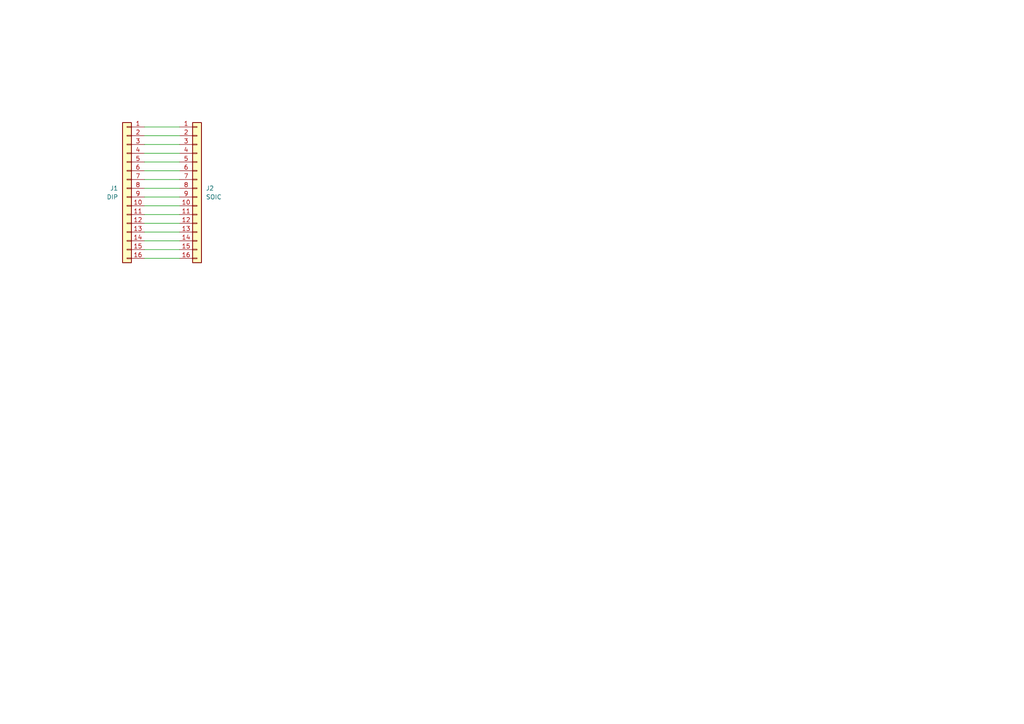
<source format=kicad_sch>
(kicad_sch (version 20231120) (generator "eeschema") (generator_version "8.0")
  (paper "A4")
  (lib_symbols
    (symbol "Connector_Generic:Conn_01x16" (pin_names (offset 1.016) hide)
      (property "Reference" "J" (at 0 20.32 0))
      (property "Value" "Conn_01x16" (at 0 -22.86 0))
      (symbol "Conn_01x16_1_1"
        (rectangle (start -1.27 -20.193) (end 0 -20.447) (stroke (width 0.1524)))
        (rectangle (start -1.27 -17.653) (end 0 -17.907) (stroke (width 0.1524)))
        (rectangle (start -1.27 -15.113) (end 0 -15.367) (stroke (width 0.1524)))
        (rectangle (start -1.27 -12.573) (end 0 -12.827) (stroke (width 0.1524)))
        (rectangle (start -1.27 -10.033) (end 0 -10.287) (stroke (width 0.1524)))
        (rectangle (start -1.27 -7.493) (end 0 -7.747) (stroke (width 0.1524)))
        (rectangle (start -1.27 -4.953) (end 0 -5.207) (stroke (width 0.1524)))
        (rectangle (start -1.27 -2.413) (end 0 -2.667) (stroke (width 0.1524)))
        (rectangle (start -1.27 0.127) (end 0 -0.127) (stroke (width 0.1524)))
        (rectangle (start -1.27 2.667) (end 0 2.413) (stroke (width 0.1524)))
        (rectangle (start -1.27 5.207) (end 0 4.953) (stroke (width 0.1524)))
        (rectangle (start -1.27 7.747) (end 0 7.493) (stroke (width 0.1524)))
        (rectangle (start -1.27 10.287) (end 0 10.033) (stroke (width 0.1524)))
        (rectangle (start -1.27 12.827) (end 0 12.573) (stroke (width 0.1524)))
        (rectangle (start -1.27 15.367) (end 0 15.113) (stroke (width 0.1524)))
        (rectangle (start -1.27 17.907) (end 0 17.653) (stroke (width 0.1524)))
        (rectangle (start -1.27 19.05) (end 1.27 -21.59) (stroke (width 0.254)) (fill (type background)))
        (pin passive line (at -5.08 17.78 0) (length 3.81) (name "Pin_1") (number "1"))
        (pin passive line (at -5.08 -5.08 0) (length 3.81) (name "Pin_10") (number "10"))
        (pin passive line (at -5.08 -7.62 0) (length 3.81) (name "Pin_11") (number "11"))
        (pin passive line (at -5.08 -10.16 0) (length 3.81) (name "Pin_12") (number "12"))
        (pin passive line (at -5.08 -12.7 0) (length 3.81) (name "Pin_13") (number "13"))
        (pin passive line (at -5.08 -15.24 0) (length 3.81) (name "Pin_14") (number "14"))
        (pin passive line (at -5.08 -17.78 0) (length 3.81) (name "Pin_15") (number "15"))
        (pin passive line (at -5.08 -20.32 0) (length 3.81) (name "Pin_16") (number "16"))
        (pin passive line (at -5.08 15.24 0) (length 3.81) (name "Pin_2") (number "2"))
        (pin passive line (at -5.08 12.7 0) (length 3.81) (name "Pin_3") (number "3"))
        (pin passive line (at -5.08 10.16 0) (length 3.81) (name "Pin_4") (number "4"))
        (pin passive line (at -5.08 7.62 0) (length 3.81) (name "Pin_5") (number "5"))
        (pin passive line (at -5.08 5.08 0) (length 3.81) (name "Pin_6") (number "6"))
        (pin passive line (at -5.08 2.54 0) (length 3.81) (name "Pin_7") (number "7"))
        (pin passive line (at -5.08 0 0) (length 3.81) (name "Pin_8") (number "8"))
        (pin passive line (at -5.08 -2.54 0) (length 3.81) (name "Pin_9") (number "9"))
      )
    )
  )
  (wire (pts (xy 41.91 54.61) (xy 52.07 54.61)))
  (wire (pts (xy 41.91 46.99) (xy 52.07 46.99)))
  (wire (pts (xy 41.91 74.93) (xy 52.07 74.93)))
  (wire (pts (xy 41.91 57.15) (xy 52.07 57.15)))
  (wire (pts (xy 41.91 52.07) (xy 52.07 52.07)))
  (wire (pts (xy 41.91 62.23) (xy 52.07 62.23)))
  (wire (pts (xy 41.91 64.77) (xy 52.07 64.77)))
  (wire (pts (xy 41.91 67.31) (xy 52.07 67.31)))
  (wire (pts (xy 41.91 72.39) (xy 52.07 72.39)))
  (wire (pts (xy 41.91 41.91) (xy 52.07 41.91)))
  (wire (pts (xy 41.91 49.53) (xy 52.07 49.53)))
  (wire (pts (xy 41.91 39.37) (xy 52.07 39.37)))
  (wire (pts (xy 41.91 59.69) (xy 52.07 59.69)))
  (wire (pts (xy 41.91 44.45) (xy 52.07 44.45)))
  (wire (pts (xy 41.91 36.83) (xy 52.07 36.83)))
  (wire (pts (xy 41.91 69.85) (xy 52.07 69.85)))
  (symbol (lib_id "Connector_Generic:Conn_01x16") (at 36.83 54.61 0) (mirror y) (unit 1)
    (property "Reference" "J1" (at 34.29 54.6099 0) (effects (justify left)))
    (property "Value" "DIP" (at 34.29 57.1499 0) (effects (justify left)))
    (property "Footprint" "Package_DIP:DIP-16_W7.62mm_LongPads" (effects (hide yes)))
    (property "Description" "Generic connector, single row, 01x16, script generated (kicad-library-utils/schlib/autogen/connector/)" (effects (hide yes)))
  )
  (symbol (lib_id "Connector_Generic:Conn_01x16") (at 57.15 54.61 0) (unit 1)
    (property "Reference" "J2" (at 59.69 54.6099 0) (effects (justify left)))
    (property "Value" "SOIC" (at 59.69 57.1499 0) (effects (justify left)))
    (property "Footprint" "Package_SO:SOIC-16_3.9x9.9mm_P1.27mm" (effects (hide yes)))
    (property "Description" "Generic connector, single row, 01x16, script generated (kicad-library-utils/schlib/autogen/connector/)" (effects (hide yes)))
  )
)
</source>
